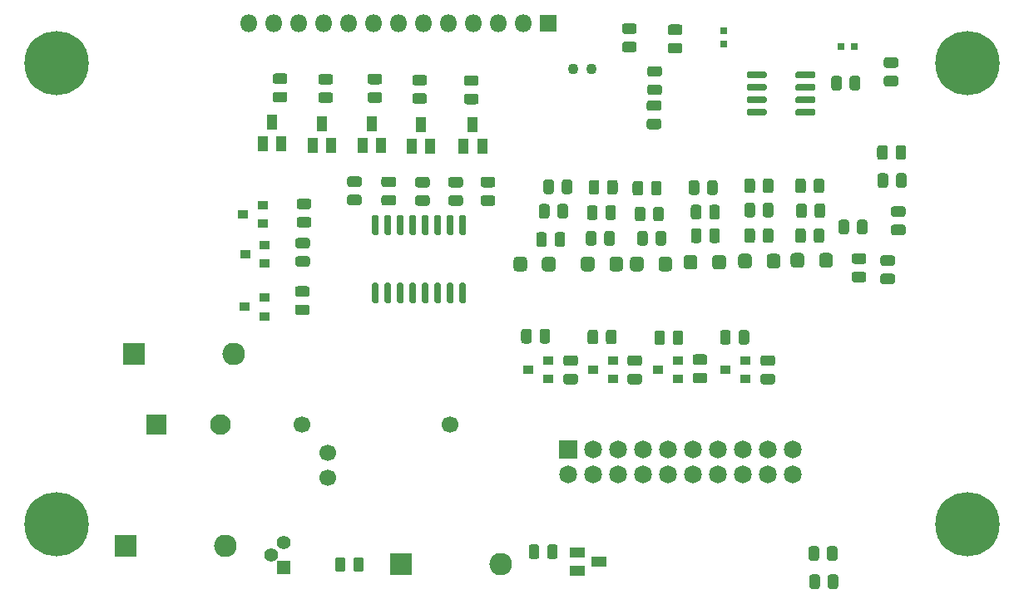
<source format=gbr>
G04 #@! TF.GenerationSoftware,KiCad,Pcbnew,(5.1.6-0-10_14)*
G04 #@! TF.CreationDate,2020-09-03T10:58:02-04:00*
G04 #@! TF.ProjectId,Pufferfish-Interface-2,50756666-6572-4666-9973-682d496e7465,rev?*
G04 #@! TF.SameCoordinates,Original*
G04 #@! TF.FileFunction,Soldermask,Top*
G04 #@! TF.FilePolarity,Negative*
%FSLAX46Y46*%
G04 Gerber Fmt 4.6, Leading zero omitted, Abs format (unit mm)*
G04 Created by KiCad (PCBNEW (5.1.6-0-10_14)) date 2020-09-03 10:58:02*
%MOMM*%
%LPD*%
G01*
G04 APERTURE LIST*
%ADD10C,6.553200*%
%ADD11O,1.800000X1.800000*%
%ADD12R,1.800000X1.800000*%
%ADD13O,2.300000X2.300000*%
%ADD14R,2.300000X2.300000*%
%ADD15R,2.100000X2.100000*%
%ADD16C,2.100000*%
%ADD17C,1.100000*%
%ADD18R,1.100000X1.500000*%
%ADD19R,1.400000X1.400000*%
%ADD20C,1.400000*%
%ADD21R,0.700000X0.800000*%
%ADD22R,0.800000X0.700000*%
%ADD23C,1.825000*%
%ADD24R,1.825000X1.825000*%
%ADD25R,1.500000X1.100000*%
%ADD26R,1.000000X0.900000*%
%ADD27C,1.700000*%
G04 APERTURE END LIST*
D10*
X76200000Y-49530000D03*
X76200000Y-2540000D03*
X-16510000Y-49530000D03*
X-16510000Y-2540000D03*
D11*
X3020000Y1500000D03*
X5560000Y1500000D03*
X8100000Y1500000D03*
X10640000Y1500000D03*
X13180000Y1500000D03*
X15720000Y1500000D03*
X18260000Y1500000D03*
X20800000Y1500000D03*
X23340000Y1500000D03*
X25880000Y1500000D03*
X28420000Y1500000D03*
X30960000Y1500000D03*
D12*
X33500000Y1500000D03*
D13*
X645380Y-51745980D03*
D14*
X-9514620Y-51745980D03*
G36*
G01*
X39750000Y-23400000D02*
X39750000Y-22600000D01*
G75*
G02*
X40100000Y-22250000I350000J0D01*
G01*
X40800000Y-22250000D01*
G75*
G02*
X41150000Y-22600000I0J-350000D01*
G01*
X41150000Y-23400000D01*
G75*
G02*
X40800000Y-23750000I-350000J0D01*
G01*
X40100000Y-23750000D01*
G75*
G02*
X39750000Y-23400000I0J350000D01*
G01*
G37*
G36*
G01*
X36850000Y-23400000D02*
X36850000Y-22600000D01*
G75*
G02*
X37200000Y-22250000I350000J0D01*
G01*
X37900000Y-22250000D01*
G75*
G02*
X38250000Y-22600000I0J-350000D01*
G01*
X38250000Y-23400000D01*
G75*
G02*
X37900000Y-23750000I-350000J0D01*
G01*
X37200000Y-23750000D01*
G75*
G02*
X36850000Y-23400000I0J350000D01*
G01*
G37*
G36*
G01*
X37355000Y-20871250D02*
X37355000Y-19908750D01*
G75*
G02*
X37623750Y-19640000I268750J0D01*
G01*
X38161250Y-19640000D01*
G75*
G02*
X38430000Y-19908750I0J-268750D01*
G01*
X38430000Y-20871250D01*
G75*
G02*
X38161250Y-21140000I-268750J0D01*
G01*
X37623750Y-21140000D01*
G75*
G02*
X37355000Y-20871250I0J268750D01*
G01*
G37*
G36*
G01*
X39230000Y-20871250D02*
X39230000Y-19908750D01*
G75*
G02*
X39498750Y-19640000I268750J0D01*
G01*
X40036250Y-19640000D01*
G75*
G02*
X40305000Y-19908750I0J-268750D01*
G01*
X40305000Y-20871250D01*
G75*
G02*
X40036250Y-21140000I-268750J0D01*
G01*
X39498750Y-21140000D01*
G75*
G02*
X39230000Y-20871250I0J268750D01*
G01*
G37*
G36*
G01*
X40425000Y-17278750D02*
X40425000Y-18241250D01*
G75*
G02*
X40156250Y-18510000I-268750J0D01*
G01*
X39618750Y-18510000D01*
G75*
G02*
X39350000Y-18241250I0J268750D01*
G01*
X39350000Y-17278750D01*
G75*
G02*
X39618750Y-17010000I268750J0D01*
G01*
X40156250Y-17010000D01*
G75*
G02*
X40425000Y-17278750I0J-268750D01*
G01*
G37*
G36*
G01*
X38550000Y-17278750D02*
X38550000Y-18241250D01*
G75*
G02*
X38281250Y-18510000I-268750J0D01*
G01*
X37743750Y-18510000D01*
G75*
G02*
X37475000Y-18241250I0J268750D01*
G01*
X37475000Y-17278750D01*
G75*
G02*
X37743750Y-17010000I268750J0D01*
G01*
X38281250Y-17010000D01*
G75*
G02*
X38550000Y-17278750I0J-268750D01*
G01*
G37*
G36*
G01*
X37653700Y-15665370D02*
X37653700Y-14702870D01*
G75*
G02*
X37922450Y-14434120I268750J0D01*
G01*
X38459950Y-14434120D01*
G75*
G02*
X38728700Y-14702870I0J-268750D01*
G01*
X38728700Y-15665370D01*
G75*
G02*
X38459950Y-15934120I-268750J0D01*
G01*
X37922450Y-15934120D01*
G75*
G02*
X37653700Y-15665370I0J268750D01*
G01*
G37*
G36*
G01*
X39528700Y-15665370D02*
X39528700Y-14702870D01*
G75*
G02*
X39797450Y-14434120I268750J0D01*
G01*
X40334950Y-14434120D01*
G75*
G02*
X40603700Y-14702870I0J-268750D01*
G01*
X40603700Y-15665370D01*
G75*
G02*
X40334950Y-15934120I-268750J0D01*
G01*
X39797450Y-15934120D01*
G75*
G02*
X39528700Y-15665370I0J268750D01*
G01*
G37*
G36*
G01*
X16110960Y-20071780D02*
X15760960Y-20071780D01*
G75*
G02*
X15585960Y-19896780I0J175000D01*
G01*
X15585960Y-18171780D01*
G75*
G02*
X15760960Y-17996780I175000J0D01*
G01*
X16110960Y-17996780D01*
G75*
G02*
X16285960Y-18171780I0J-175000D01*
G01*
X16285960Y-19896780D01*
G75*
G02*
X16110960Y-20071780I-175000J0D01*
G01*
G37*
G36*
G01*
X17380960Y-20071780D02*
X17030960Y-20071780D01*
G75*
G02*
X16855960Y-19896780I0J175000D01*
G01*
X16855960Y-18171780D01*
G75*
G02*
X17030960Y-17996780I175000J0D01*
G01*
X17380960Y-17996780D01*
G75*
G02*
X17555960Y-18171780I0J-175000D01*
G01*
X17555960Y-19896780D01*
G75*
G02*
X17380960Y-20071780I-175000J0D01*
G01*
G37*
G36*
G01*
X18650960Y-20071780D02*
X18300960Y-20071780D01*
G75*
G02*
X18125960Y-19896780I0J175000D01*
G01*
X18125960Y-18171780D01*
G75*
G02*
X18300960Y-17996780I175000J0D01*
G01*
X18650960Y-17996780D01*
G75*
G02*
X18825960Y-18171780I0J-175000D01*
G01*
X18825960Y-19896780D01*
G75*
G02*
X18650960Y-20071780I-175000J0D01*
G01*
G37*
G36*
G01*
X19920960Y-20071780D02*
X19570960Y-20071780D01*
G75*
G02*
X19395960Y-19896780I0J175000D01*
G01*
X19395960Y-18171780D01*
G75*
G02*
X19570960Y-17996780I175000J0D01*
G01*
X19920960Y-17996780D01*
G75*
G02*
X20095960Y-18171780I0J-175000D01*
G01*
X20095960Y-19896780D01*
G75*
G02*
X19920960Y-20071780I-175000J0D01*
G01*
G37*
G36*
G01*
X21190960Y-20071780D02*
X20840960Y-20071780D01*
G75*
G02*
X20665960Y-19896780I0J175000D01*
G01*
X20665960Y-18171780D01*
G75*
G02*
X20840960Y-17996780I175000J0D01*
G01*
X21190960Y-17996780D01*
G75*
G02*
X21365960Y-18171780I0J-175000D01*
G01*
X21365960Y-19896780D01*
G75*
G02*
X21190960Y-20071780I-175000J0D01*
G01*
G37*
G36*
G01*
X22460960Y-20071780D02*
X22110960Y-20071780D01*
G75*
G02*
X21935960Y-19896780I0J175000D01*
G01*
X21935960Y-18171780D01*
G75*
G02*
X22110960Y-17996780I175000J0D01*
G01*
X22460960Y-17996780D01*
G75*
G02*
X22635960Y-18171780I0J-175000D01*
G01*
X22635960Y-19896780D01*
G75*
G02*
X22460960Y-20071780I-175000J0D01*
G01*
G37*
G36*
G01*
X23730960Y-20071780D02*
X23380960Y-20071780D01*
G75*
G02*
X23205960Y-19896780I0J175000D01*
G01*
X23205960Y-18171780D01*
G75*
G02*
X23380960Y-17996780I175000J0D01*
G01*
X23730960Y-17996780D01*
G75*
G02*
X23905960Y-18171780I0J-175000D01*
G01*
X23905960Y-19896780D01*
G75*
G02*
X23730960Y-20071780I-175000J0D01*
G01*
G37*
G36*
G01*
X25000960Y-20071780D02*
X24650960Y-20071780D01*
G75*
G02*
X24475960Y-19896780I0J175000D01*
G01*
X24475960Y-18171780D01*
G75*
G02*
X24650960Y-17996780I175000J0D01*
G01*
X25000960Y-17996780D01*
G75*
G02*
X25175960Y-18171780I0J-175000D01*
G01*
X25175960Y-19896780D01*
G75*
G02*
X25000960Y-20071780I-175000J0D01*
G01*
G37*
G36*
G01*
X25000960Y-26996780D02*
X24650960Y-26996780D01*
G75*
G02*
X24475960Y-26821780I0J175000D01*
G01*
X24475960Y-25096780D01*
G75*
G02*
X24650960Y-24921780I175000J0D01*
G01*
X25000960Y-24921780D01*
G75*
G02*
X25175960Y-25096780I0J-175000D01*
G01*
X25175960Y-26821780D01*
G75*
G02*
X25000960Y-26996780I-175000J0D01*
G01*
G37*
G36*
G01*
X23730960Y-26996780D02*
X23380960Y-26996780D01*
G75*
G02*
X23205960Y-26821780I0J175000D01*
G01*
X23205960Y-25096780D01*
G75*
G02*
X23380960Y-24921780I175000J0D01*
G01*
X23730960Y-24921780D01*
G75*
G02*
X23905960Y-25096780I0J-175000D01*
G01*
X23905960Y-26821780D01*
G75*
G02*
X23730960Y-26996780I-175000J0D01*
G01*
G37*
G36*
G01*
X22460960Y-26996780D02*
X22110960Y-26996780D01*
G75*
G02*
X21935960Y-26821780I0J175000D01*
G01*
X21935960Y-25096780D01*
G75*
G02*
X22110960Y-24921780I175000J0D01*
G01*
X22460960Y-24921780D01*
G75*
G02*
X22635960Y-25096780I0J-175000D01*
G01*
X22635960Y-26821780D01*
G75*
G02*
X22460960Y-26996780I-175000J0D01*
G01*
G37*
G36*
G01*
X21190960Y-26996780D02*
X20840960Y-26996780D01*
G75*
G02*
X20665960Y-26821780I0J175000D01*
G01*
X20665960Y-25096780D01*
G75*
G02*
X20840960Y-24921780I175000J0D01*
G01*
X21190960Y-24921780D01*
G75*
G02*
X21365960Y-25096780I0J-175000D01*
G01*
X21365960Y-26821780D01*
G75*
G02*
X21190960Y-26996780I-175000J0D01*
G01*
G37*
G36*
G01*
X19920960Y-26996780D02*
X19570960Y-26996780D01*
G75*
G02*
X19395960Y-26821780I0J175000D01*
G01*
X19395960Y-25096780D01*
G75*
G02*
X19570960Y-24921780I175000J0D01*
G01*
X19920960Y-24921780D01*
G75*
G02*
X20095960Y-25096780I0J-175000D01*
G01*
X20095960Y-26821780D01*
G75*
G02*
X19920960Y-26996780I-175000J0D01*
G01*
G37*
G36*
G01*
X18650960Y-26996780D02*
X18300960Y-26996780D01*
G75*
G02*
X18125960Y-26821780I0J175000D01*
G01*
X18125960Y-25096780D01*
G75*
G02*
X18300960Y-24921780I175000J0D01*
G01*
X18650960Y-24921780D01*
G75*
G02*
X18825960Y-25096780I0J-175000D01*
G01*
X18825960Y-26821780D01*
G75*
G02*
X18650960Y-26996780I-175000J0D01*
G01*
G37*
G36*
G01*
X17380960Y-26996780D02*
X17030960Y-26996780D01*
G75*
G02*
X16855960Y-26821780I0J175000D01*
G01*
X16855960Y-25096780D01*
G75*
G02*
X17030960Y-24921780I175000J0D01*
G01*
X17380960Y-24921780D01*
G75*
G02*
X17555960Y-25096780I0J-175000D01*
G01*
X17555960Y-26821780D01*
G75*
G02*
X17380960Y-26996780I-175000J0D01*
G01*
G37*
G36*
G01*
X16110960Y-26996780D02*
X15760960Y-26996780D01*
G75*
G02*
X15585960Y-26821780I0J175000D01*
G01*
X15585960Y-25096780D01*
G75*
G02*
X15760960Y-24921780I175000J0D01*
G01*
X16110960Y-24921780D01*
G75*
G02*
X16285960Y-25096780I0J-175000D01*
G01*
X16285960Y-26821780D01*
G75*
G02*
X16110960Y-26996780I-175000J0D01*
G01*
G37*
G36*
G01*
X33660000Y-17148750D02*
X33660000Y-18111250D01*
G75*
G02*
X33391250Y-18380000I-268750J0D01*
G01*
X32853750Y-18380000D01*
G75*
G02*
X32585000Y-18111250I0J268750D01*
G01*
X32585000Y-17148750D01*
G75*
G02*
X32853750Y-16880000I268750J0D01*
G01*
X33391250Y-16880000D01*
G75*
G02*
X33660000Y-17148750I0J-268750D01*
G01*
G37*
G36*
G01*
X35535000Y-17148750D02*
X35535000Y-18111250D01*
G75*
G02*
X35266250Y-18380000I-268750J0D01*
G01*
X34728750Y-18380000D01*
G75*
G02*
X34460000Y-18111250I0J268750D01*
G01*
X34460000Y-17148750D01*
G75*
G02*
X34728750Y-16880000I268750J0D01*
G01*
X35266250Y-16880000D01*
G75*
G02*
X35535000Y-17148750I0J-268750D01*
G01*
G37*
G36*
G01*
X34907500Y-15621250D02*
X34907500Y-14658750D01*
G75*
G02*
X35176250Y-14390000I268750J0D01*
G01*
X35713750Y-14390000D01*
G75*
G02*
X35982500Y-14658750I0J-268750D01*
G01*
X35982500Y-15621250D01*
G75*
G02*
X35713750Y-15890000I-268750J0D01*
G01*
X35176250Y-15890000D01*
G75*
G02*
X34907500Y-15621250I0J268750D01*
G01*
G37*
G36*
G01*
X33032500Y-15621250D02*
X33032500Y-14658750D01*
G75*
G02*
X33301250Y-14390000I268750J0D01*
G01*
X33838750Y-14390000D01*
G75*
G02*
X34107500Y-14658750I0J-268750D01*
G01*
X34107500Y-15621250D01*
G75*
G02*
X33838750Y-15890000I-268750J0D01*
G01*
X33301250Y-15890000D01*
G75*
G02*
X33032500Y-15621250I0J268750D01*
G01*
G37*
G36*
G01*
X67598750Y-23990000D02*
X68561250Y-23990000D01*
G75*
G02*
X68830000Y-24258750I0J-268750D01*
G01*
X68830000Y-24796250D01*
G75*
G02*
X68561250Y-25065000I-268750J0D01*
G01*
X67598750Y-25065000D01*
G75*
G02*
X67330000Y-24796250I0J268750D01*
G01*
X67330000Y-24258750D01*
G75*
G02*
X67598750Y-23990000I268750J0D01*
G01*
G37*
G36*
G01*
X67598750Y-22115000D02*
X68561250Y-22115000D01*
G75*
G02*
X68830000Y-22383750I0J-268750D01*
G01*
X68830000Y-22921250D01*
G75*
G02*
X68561250Y-23190000I-268750J0D01*
G01*
X67598750Y-23190000D01*
G75*
G02*
X67330000Y-22921250I0J268750D01*
G01*
X67330000Y-22383750D01*
G75*
G02*
X67598750Y-22115000I268750J0D01*
G01*
G37*
G36*
G01*
X5749370Y-5454360D02*
X6711870Y-5454360D01*
G75*
G02*
X6980620Y-5723110I0J-268750D01*
G01*
X6980620Y-6260610D01*
G75*
G02*
X6711870Y-6529360I-268750J0D01*
G01*
X5749370Y-6529360D01*
G75*
G02*
X5480620Y-6260610I0J268750D01*
G01*
X5480620Y-5723110D01*
G75*
G02*
X5749370Y-5454360I268750J0D01*
G01*
G37*
G36*
G01*
X5749370Y-3579360D02*
X6711870Y-3579360D01*
G75*
G02*
X6980620Y-3848110I0J-268750D01*
G01*
X6980620Y-4385610D01*
G75*
G02*
X6711870Y-4654360I-268750J0D01*
G01*
X5749370Y-4654360D01*
G75*
G02*
X5480620Y-4385610I0J268750D01*
G01*
X5480620Y-3848110D01*
G75*
G02*
X5749370Y-3579360I268750J0D01*
G01*
G37*
G36*
G01*
X29990000Y-23420000D02*
X29990000Y-22620000D01*
G75*
G02*
X30340000Y-22270000I350000J0D01*
G01*
X31040000Y-22270000D01*
G75*
G02*
X31390000Y-22620000I0J-350000D01*
G01*
X31390000Y-23420000D01*
G75*
G02*
X31040000Y-23770000I-350000J0D01*
G01*
X30340000Y-23770000D01*
G75*
G02*
X29990000Y-23420000I0J350000D01*
G01*
G37*
G36*
G01*
X32890000Y-23420000D02*
X32890000Y-22620000D01*
G75*
G02*
X33240000Y-22270000I350000J0D01*
G01*
X33940000Y-22270000D01*
G75*
G02*
X34290000Y-22620000I0J-350000D01*
G01*
X34290000Y-23420000D01*
G75*
G02*
X33940000Y-23770000I-350000J0D01*
G01*
X33240000Y-23770000D01*
G75*
G02*
X32890000Y-23420000I0J350000D01*
G01*
G37*
G36*
G01*
X34185480Y-20982750D02*
X34185480Y-20020250D01*
G75*
G02*
X34454230Y-19751500I268750J0D01*
G01*
X34991730Y-19751500D01*
G75*
G02*
X35260480Y-20020250I0J-268750D01*
G01*
X35260480Y-20982750D01*
G75*
G02*
X34991730Y-21251500I-268750J0D01*
G01*
X34454230Y-21251500D01*
G75*
G02*
X34185480Y-20982750I0J268750D01*
G01*
G37*
G36*
G01*
X32310480Y-20982750D02*
X32310480Y-20020250D01*
G75*
G02*
X32579230Y-19751500I268750J0D01*
G01*
X33116730Y-19751500D01*
G75*
G02*
X33385480Y-20020250I0J-268750D01*
G01*
X33385480Y-20982750D01*
G75*
G02*
X33116730Y-21251500I-268750J0D01*
G01*
X32579230Y-21251500D01*
G75*
G02*
X32310480Y-20982750I0J268750D01*
G01*
G37*
D15*
X-6370000Y-39370000D03*
D16*
X130000Y-39370000D03*
D17*
X36050000Y-3100000D03*
X37950000Y-3100000D03*
G36*
G01*
X58670000Y-3910000D02*
X58670000Y-3560000D01*
G75*
G02*
X58845000Y-3385000I175000J0D01*
G01*
X60545000Y-3385000D01*
G75*
G02*
X60720000Y-3560000I0J-175000D01*
G01*
X60720000Y-3910000D01*
G75*
G02*
X60545000Y-4085000I-175000J0D01*
G01*
X58845000Y-4085000D01*
G75*
G02*
X58670000Y-3910000I0J175000D01*
G01*
G37*
G36*
G01*
X58670000Y-5180000D02*
X58670000Y-4830000D01*
G75*
G02*
X58845000Y-4655000I175000J0D01*
G01*
X60545000Y-4655000D01*
G75*
G02*
X60720000Y-4830000I0J-175000D01*
G01*
X60720000Y-5180000D01*
G75*
G02*
X60545000Y-5355000I-175000J0D01*
G01*
X58845000Y-5355000D01*
G75*
G02*
X58670000Y-5180000I0J175000D01*
G01*
G37*
G36*
G01*
X58670000Y-6450000D02*
X58670000Y-6100000D01*
G75*
G02*
X58845000Y-5925000I175000J0D01*
G01*
X60545000Y-5925000D01*
G75*
G02*
X60720000Y-6100000I0J-175000D01*
G01*
X60720000Y-6450000D01*
G75*
G02*
X60545000Y-6625000I-175000J0D01*
G01*
X58845000Y-6625000D01*
G75*
G02*
X58670000Y-6450000I0J175000D01*
G01*
G37*
G36*
G01*
X58670000Y-7720000D02*
X58670000Y-7370000D01*
G75*
G02*
X58845000Y-7195000I175000J0D01*
G01*
X60545000Y-7195000D01*
G75*
G02*
X60720000Y-7370000I0J-175000D01*
G01*
X60720000Y-7720000D01*
G75*
G02*
X60545000Y-7895000I-175000J0D01*
G01*
X58845000Y-7895000D01*
G75*
G02*
X58670000Y-7720000I0J175000D01*
G01*
G37*
G36*
G01*
X53720000Y-7720000D02*
X53720000Y-7370000D01*
G75*
G02*
X53895000Y-7195000I175000J0D01*
G01*
X55595000Y-7195000D01*
G75*
G02*
X55770000Y-7370000I0J-175000D01*
G01*
X55770000Y-7720000D01*
G75*
G02*
X55595000Y-7895000I-175000J0D01*
G01*
X53895000Y-7895000D01*
G75*
G02*
X53720000Y-7720000I0J175000D01*
G01*
G37*
G36*
G01*
X53720000Y-6450000D02*
X53720000Y-6100000D01*
G75*
G02*
X53895000Y-5925000I175000J0D01*
G01*
X55595000Y-5925000D01*
G75*
G02*
X55770000Y-6100000I0J-175000D01*
G01*
X55770000Y-6450000D01*
G75*
G02*
X55595000Y-6625000I-175000J0D01*
G01*
X53895000Y-6625000D01*
G75*
G02*
X53720000Y-6450000I0J175000D01*
G01*
G37*
G36*
G01*
X53720000Y-5180000D02*
X53720000Y-4830000D01*
G75*
G02*
X53895000Y-4655000I175000J0D01*
G01*
X55595000Y-4655000D01*
G75*
G02*
X55770000Y-4830000I0J-175000D01*
G01*
X55770000Y-5180000D01*
G75*
G02*
X55595000Y-5355000I-175000J0D01*
G01*
X53895000Y-5355000D01*
G75*
G02*
X53720000Y-5180000I0J175000D01*
G01*
G37*
G36*
G01*
X53720000Y-3910000D02*
X53720000Y-3560000D01*
G75*
G02*
X53895000Y-3385000I175000J0D01*
G01*
X55595000Y-3385000D01*
G75*
G02*
X55770000Y-3560000I0J-175000D01*
G01*
X55770000Y-3910000D01*
G75*
G02*
X55595000Y-4085000I-175000J0D01*
G01*
X53895000Y-4085000D01*
G75*
G02*
X53720000Y-3910000I0J175000D01*
G01*
G37*
G36*
G01*
X13692500Y-54111250D02*
X13692500Y-53148750D01*
G75*
G02*
X13961250Y-52880000I268750J0D01*
G01*
X14498750Y-52880000D01*
G75*
G02*
X14767500Y-53148750I0J-268750D01*
G01*
X14767500Y-54111250D01*
G75*
G02*
X14498750Y-54380000I-268750J0D01*
G01*
X13961250Y-54380000D01*
G75*
G02*
X13692500Y-54111250I0J268750D01*
G01*
G37*
G36*
G01*
X11817500Y-54111250D02*
X11817500Y-53148750D01*
G75*
G02*
X12086250Y-52880000I268750J0D01*
G01*
X12623750Y-52880000D01*
G75*
G02*
X12892500Y-53148750I0J-268750D01*
G01*
X12892500Y-54111250D01*
G75*
G02*
X12623750Y-54380000I-268750J0D01*
G01*
X12086250Y-54380000D01*
G75*
G02*
X11817500Y-54111250I0J268750D01*
G01*
G37*
G36*
G01*
X8190310Y-18210720D02*
X9152810Y-18210720D01*
G75*
G02*
X9421560Y-18479470I0J-268750D01*
G01*
X9421560Y-19016970D01*
G75*
G02*
X9152810Y-19285720I-268750J0D01*
G01*
X8190310Y-19285720D01*
G75*
G02*
X7921560Y-19016970I0J268750D01*
G01*
X7921560Y-18479470D01*
G75*
G02*
X8190310Y-18210720I268750J0D01*
G01*
G37*
G36*
G01*
X8190310Y-16335720D02*
X9152810Y-16335720D01*
G75*
G02*
X9421560Y-16604470I0J-268750D01*
G01*
X9421560Y-17141970D01*
G75*
G02*
X9152810Y-17410720I-268750J0D01*
G01*
X8190310Y-17410720D01*
G75*
G02*
X7921560Y-17141970I0J268750D01*
G01*
X7921560Y-16604470D01*
G75*
G02*
X8190310Y-16335720I268750J0D01*
G01*
G37*
G36*
G01*
X16813610Y-15970200D02*
X17776110Y-15970200D01*
G75*
G02*
X18044860Y-16238950I0J-268750D01*
G01*
X18044860Y-16776450D01*
G75*
G02*
X17776110Y-17045200I-268750J0D01*
G01*
X16813610Y-17045200D01*
G75*
G02*
X16544860Y-16776450I0J268750D01*
G01*
X16544860Y-16238950D01*
G75*
G02*
X16813610Y-15970200I268750J0D01*
G01*
G37*
G36*
G01*
X16813610Y-14095200D02*
X17776110Y-14095200D01*
G75*
G02*
X18044860Y-14363950I0J-268750D01*
G01*
X18044860Y-14901450D01*
G75*
G02*
X17776110Y-15170200I-268750J0D01*
G01*
X16813610Y-15170200D01*
G75*
G02*
X16544860Y-14901450I0J268750D01*
G01*
X16544860Y-14363950D01*
G75*
G02*
X16813610Y-14095200I268750J0D01*
G01*
G37*
G36*
G01*
X8058230Y-22208440D02*
X9020730Y-22208440D01*
G75*
G02*
X9289480Y-22477190I0J-268750D01*
G01*
X9289480Y-23014690D01*
G75*
G02*
X9020730Y-23283440I-268750J0D01*
G01*
X8058230Y-23283440D01*
G75*
G02*
X7789480Y-23014690I0J268750D01*
G01*
X7789480Y-22477190D01*
G75*
G02*
X8058230Y-22208440I268750J0D01*
G01*
G37*
G36*
G01*
X8058230Y-20333440D02*
X9020730Y-20333440D01*
G75*
G02*
X9289480Y-20602190I0J-268750D01*
G01*
X9289480Y-21139690D01*
G75*
G02*
X9020730Y-21408440I-268750J0D01*
G01*
X8058230Y-21408440D01*
G75*
G02*
X7789480Y-21139690I0J268750D01*
G01*
X7789480Y-20602190D01*
G75*
G02*
X8058230Y-20333440I268750J0D01*
G01*
G37*
G36*
G01*
X23623350Y-15995600D02*
X24585850Y-15995600D01*
G75*
G02*
X24854600Y-16264350I0J-268750D01*
G01*
X24854600Y-16801850D01*
G75*
G02*
X24585850Y-17070600I-268750J0D01*
G01*
X23623350Y-17070600D01*
G75*
G02*
X23354600Y-16801850I0J268750D01*
G01*
X23354600Y-16264350D01*
G75*
G02*
X23623350Y-15995600I268750J0D01*
G01*
G37*
G36*
G01*
X23623350Y-14120600D02*
X24585850Y-14120600D01*
G75*
G02*
X24854600Y-14389350I0J-268750D01*
G01*
X24854600Y-14926850D01*
G75*
G02*
X24585850Y-15195600I-268750J0D01*
G01*
X23623350Y-15195600D01*
G75*
G02*
X23354600Y-14926850I0J268750D01*
G01*
X23354600Y-14389350D01*
G75*
G02*
X23623350Y-14120600I268750J0D01*
G01*
G37*
G36*
G01*
X61977500Y-55861250D02*
X61977500Y-54898750D01*
G75*
G02*
X62246250Y-54630000I268750J0D01*
G01*
X62783750Y-54630000D01*
G75*
G02*
X63052500Y-54898750I0J-268750D01*
G01*
X63052500Y-55861250D01*
G75*
G02*
X62783750Y-56130000I-268750J0D01*
G01*
X62246250Y-56130000D01*
G75*
G02*
X61977500Y-55861250I0J268750D01*
G01*
G37*
G36*
G01*
X60102500Y-55861250D02*
X60102500Y-54898750D01*
G75*
G02*
X60371250Y-54630000I268750J0D01*
G01*
X60908750Y-54630000D01*
G75*
G02*
X61177500Y-54898750I0J-268750D01*
G01*
X61177500Y-55861250D01*
G75*
G02*
X60908750Y-56130000I-268750J0D01*
G01*
X60371250Y-56130000D01*
G75*
G02*
X60102500Y-55861250I0J268750D01*
G01*
G37*
G36*
G01*
X61097500Y-52018750D02*
X61097500Y-52981250D01*
G75*
G02*
X60828750Y-53250000I-268750J0D01*
G01*
X60291250Y-53250000D01*
G75*
G02*
X60022500Y-52981250I0J268750D01*
G01*
X60022500Y-52018750D01*
G75*
G02*
X60291250Y-51750000I268750J0D01*
G01*
X60828750Y-51750000D01*
G75*
G02*
X61097500Y-52018750I0J-268750D01*
G01*
G37*
G36*
G01*
X62972500Y-52018750D02*
X62972500Y-52981250D01*
G75*
G02*
X62703750Y-53250000I-268750J0D01*
G01*
X62166250Y-53250000D01*
G75*
G02*
X61897500Y-52981250I0J268750D01*
G01*
X61897500Y-52018750D01*
G75*
G02*
X62166250Y-51750000I268750J0D01*
G01*
X62703750Y-51750000D01*
G75*
G02*
X62972500Y-52018750I0J-268750D01*
G01*
G37*
G36*
G01*
X68678750Y-19000000D02*
X69641250Y-19000000D01*
G75*
G02*
X69910000Y-19268750I0J-268750D01*
G01*
X69910000Y-19806250D01*
G75*
G02*
X69641250Y-20075000I-268750J0D01*
G01*
X68678750Y-20075000D01*
G75*
G02*
X68410000Y-19806250I0J268750D01*
G01*
X68410000Y-19268750D01*
G75*
G02*
X68678750Y-19000000I268750J0D01*
G01*
G37*
G36*
G01*
X68678750Y-17125000D02*
X69641250Y-17125000D01*
G75*
G02*
X69910000Y-17393750I0J-268750D01*
G01*
X69910000Y-17931250D01*
G75*
G02*
X69641250Y-18200000I-268750J0D01*
G01*
X68678750Y-18200000D01*
G75*
G02*
X68410000Y-17931250I0J268750D01*
G01*
X68410000Y-17393750D01*
G75*
G02*
X68678750Y-17125000I268750J0D01*
G01*
G37*
G36*
G01*
X68882500Y-12121250D02*
X68882500Y-11158750D01*
G75*
G02*
X69151250Y-10890000I268750J0D01*
G01*
X69688750Y-10890000D01*
G75*
G02*
X69957500Y-11158750I0J-268750D01*
G01*
X69957500Y-12121250D01*
G75*
G02*
X69688750Y-12390000I-268750J0D01*
G01*
X69151250Y-12390000D01*
G75*
G02*
X68882500Y-12121250I0J268750D01*
G01*
G37*
G36*
G01*
X67007500Y-12121250D02*
X67007500Y-11158750D01*
G75*
G02*
X67276250Y-10890000I268750J0D01*
G01*
X67813750Y-10890000D01*
G75*
G02*
X68082500Y-11158750I0J-268750D01*
G01*
X68082500Y-12121250D01*
G75*
G02*
X67813750Y-12390000I-268750J0D01*
G01*
X67276250Y-12390000D01*
G75*
G02*
X67007500Y-12121250I0J268750D01*
G01*
G37*
G36*
G01*
X64150000Y-18738750D02*
X64150000Y-19701250D01*
G75*
G02*
X63881250Y-19970000I-268750J0D01*
G01*
X63343750Y-19970000D01*
G75*
G02*
X63075000Y-19701250I0J268750D01*
G01*
X63075000Y-18738750D01*
G75*
G02*
X63343750Y-18470000I268750J0D01*
G01*
X63881250Y-18470000D01*
G75*
G02*
X64150000Y-18738750I0J-268750D01*
G01*
G37*
G36*
G01*
X66025000Y-18738750D02*
X66025000Y-19701250D01*
G75*
G02*
X65756250Y-19970000I-268750J0D01*
G01*
X65218750Y-19970000D01*
G75*
G02*
X64950000Y-19701250I0J268750D01*
G01*
X64950000Y-18738750D01*
G75*
G02*
X65218750Y-18470000I268750J0D01*
G01*
X65756250Y-18470000D01*
G75*
G02*
X66025000Y-18738750I0J-268750D01*
G01*
G37*
G36*
G01*
X65641250Y-22990000D02*
X64678750Y-22990000D01*
G75*
G02*
X64410000Y-22721250I0J268750D01*
G01*
X64410000Y-22183750D01*
G75*
G02*
X64678750Y-21915000I268750J0D01*
G01*
X65641250Y-21915000D01*
G75*
G02*
X65910000Y-22183750I0J-268750D01*
G01*
X65910000Y-22721250D01*
G75*
G02*
X65641250Y-22990000I-268750J0D01*
G01*
G37*
G36*
G01*
X65641250Y-24865000D02*
X64678750Y-24865000D01*
G75*
G02*
X64410000Y-24596250I0J268750D01*
G01*
X64410000Y-24058750D01*
G75*
G02*
X64678750Y-23790000I268750J0D01*
G01*
X65641250Y-23790000D01*
G75*
G02*
X65910000Y-24058750I0J-268750D01*
G01*
X65910000Y-24596250D01*
G75*
G02*
X65641250Y-24865000I-268750J0D01*
G01*
G37*
G36*
G01*
X46921250Y340000D02*
X45958750Y340000D01*
G75*
G02*
X45690000Y608750I0J268750D01*
G01*
X45690000Y1146250D01*
G75*
G02*
X45958750Y1415000I268750J0D01*
G01*
X46921250Y1415000D01*
G75*
G02*
X47190000Y1146250I0J-268750D01*
G01*
X47190000Y608750D01*
G75*
G02*
X46921250Y340000I-268750J0D01*
G01*
G37*
G36*
G01*
X46921250Y-1535000D02*
X45958750Y-1535000D01*
G75*
G02*
X45690000Y-1266250I0J268750D01*
G01*
X45690000Y-728750D01*
G75*
G02*
X45958750Y-460000I268750J0D01*
G01*
X46921250Y-460000D01*
G75*
G02*
X47190000Y-728750I0J-268750D01*
G01*
X47190000Y-1266250D01*
G75*
G02*
X46921250Y-1535000I-268750J0D01*
G01*
G37*
G36*
G01*
X44832430Y-3910000D02*
X43869930Y-3910000D01*
G75*
G02*
X43601180Y-3641250I0J268750D01*
G01*
X43601180Y-3103750D01*
G75*
G02*
X43869930Y-2835000I268750J0D01*
G01*
X44832430Y-2835000D01*
G75*
G02*
X45101180Y-3103750I0J-268750D01*
G01*
X45101180Y-3641250D01*
G75*
G02*
X44832430Y-3910000I-268750J0D01*
G01*
G37*
G36*
G01*
X44832430Y-5785000D02*
X43869930Y-5785000D01*
G75*
G02*
X43601180Y-5516250I0J268750D01*
G01*
X43601180Y-4978750D01*
G75*
G02*
X43869930Y-4710000I268750J0D01*
G01*
X44832430Y-4710000D01*
G75*
G02*
X45101180Y-4978750I0J-268750D01*
G01*
X45101180Y-5516250D01*
G75*
G02*
X44832430Y-5785000I-268750J0D01*
G01*
G37*
G36*
G01*
X64210000Y-5051250D02*
X64210000Y-4088750D01*
G75*
G02*
X64478750Y-3820000I268750J0D01*
G01*
X65016250Y-3820000D01*
G75*
G02*
X65285000Y-4088750I0J-268750D01*
G01*
X65285000Y-5051250D01*
G75*
G02*
X65016250Y-5320000I-268750J0D01*
G01*
X64478750Y-5320000D01*
G75*
G02*
X64210000Y-5051250I0J268750D01*
G01*
G37*
G36*
G01*
X62335000Y-5051250D02*
X62335000Y-4088750D01*
G75*
G02*
X62603750Y-3820000I268750J0D01*
G01*
X63141250Y-3820000D01*
G75*
G02*
X63410000Y-4088750I0J-268750D01*
G01*
X63410000Y-5051250D01*
G75*
G02*
X63141250Y-5320000I-268750J0D01*
G01*
X62603750Y-5320000D01*
G75*
G02*
X62335000Y-5051250I0J268750D01*
G01*
G37*
G36*
G01*
X13323650Y-15942260D02*
X14286150Y-15942260D01*
G75*
G02*
X14554900Y-16211010I0J-268750D01*
G01*
X14554900Y-16748510D01*
G75*
G02*
X14286150Y-17017260I-268750J0D01*
G01*
X13323650Y-17017260D01*
G75*
G02*
X13054900Y-16748510I0J268750D01*
G01*
X13054900Y-16211010D01*
G75*
G02*
X13323650Y-15942260I268750J0D01*
G01*
G37*
G36*
G01*
X13323650Y-14067260D02*
X14286150Y-14067260D01*
G75*
G02*
X14554900Y-14336010I0J-268750D01*
G01*
X14554900Y-14873510D01*
G75*
G02*
X14286150Y-15142260I-268750J0D01*
G01*
X13323650Y-15142260D01*
G75*
G02*
X13054900Y-14873510I0J268750D01*
G01*
X13054900Y-14336010D01*
G75*
G02*
X13323650Y-14067260I268750J0D01*
G01*
G37*
G36*
G01*
X8020130Y-27133260D02*
X8982630Y-27133260D01*
G75*
G02*
X9251380Y-27402010I0J-268750D01*
G01*
X9251380Y-27939510D01*
G75*
G02*
X8982630Y-28208260I-268750J0D01*
G01*
X8020130Y-28208260D01*
G75*
G02*
X7751380Y-27939510I0J268750D01*
G01*
X7751380Y-27402010D01*
G75*
G02*
X8020130Y-27133260I268750J0D01*
G01*
G37*
G36*
G01*
X8020130Y-25258260D02*
X8982630Y-25258260D01*
G75*
G02*
X9251380Y-25527010I0J-268750D01*
G01*
X9251380Y-26064510D01*
G75*
G02*
X8982630Y-26333260I-268750J0D01*
G01*
X8020130Y-26333260D01*
G75*
G02*
X7751380Y-26064510I0J268750D01*
G01*
X7751380Y-25527010D01*
G75*
G02*
X8020130Y-25258260I268750J0D01*
G01*
G37*
G36*
G01*
X20245150Y-15995600D02*
X21207650Y-15995600D01*
G75*
G02*
X21476400Y-16264350I0J-268750D01*
G01*
X21476400Y-16801850D01*
G75*
G02*
X21207650Y-17070600I-268750J0D01*
G01*
X20245150Y-17070600D01*
G75*
G02*
X19976400Y-16801850I0J268750D01*
G01*
X19976400Y-16264350D01*
G75*
G02*
X20245150Y-15995600I268750J0D01*
G01*
G37*
G36*
G01*
X20245150Y-14120600D02*
X21207650Y-14120600D01*
G75*
G02*
X21476400Y-14389350I0J-268750D01*
G01*
X21476400Y-14926850D01*
G75*
G02*
X21207650Y-15195600I-268750J0D01*
G01*
X20245150Y-15195600D01*
G75*
G02*
X19976400Y-14926850I0J268750D01*
G01*
X19976400Y-14389350D01*
G75*
G02*
X20245150Y-14120600I268750J0D01*
G01*
G37*
G36*
G01*
X26917730Y-14120600D02*
X27880230Y-14120600D01*
G75*
G02*
X28148980Y-14389350I0J-268750D01*
G01*
X28148980Y-14926850D01*
G75*
G02*
X27880230Y-15195600I-268750J0D01*
G01*
X26917730Y-15195600D01*
G75*
G02*
X26648980Y-14926850I0J268750D01*
G01*
X26648980Y-14389350D01*
G75*
G02*
X26917730Y-14120600I268750J0D01*
G01*
G37*
G36*
G01*
X26917730Y-15995600D02*
X27880230Y-15995600D01*
G75*
G02*
X28148980Y-16264350I0J-268750D01*
G01*
X28148980Y-16801850D01*
G75*
G02*
X27880230Y-17070600I-268750J0D01*
G01*
X26917730Y-17070600D01*
G75*
G02*
X26648980Y-16801850I0J268750D01*
G01*
X26648980Y-16264350D01*
G75*
G02*
X26917730Y-15995600I268750J0D01*
G01*
G37*
D18*
X5420360Y-8524060D03*
X6370360Y-10724060D03*
X4470360Y-10724060D03*
X10492740Y-8694240D03*
X11442740Y-10894240D03*
X9542740Y-10894240D03*
X20594320Y-8808540D03*
X21544320Y-11008540D03*
X19644320Y-11008540D03*
X15562580Y-8734880D03*
X16512580Y-10934880D03*
X14612580Y-10934880D03*
X25859740Y-8831400D03*
X26809740Y-11031400D03*
X24909740Y-11031400D03*
D19*
X6630000Y-53920000D03*
D20*
X6630000Y-51380000D03*
X5360000Y-52650000D03*
D21*
X64720000Y-860000D03*
X63320000Y-860000D03*
D22*
X51350000Y810000D03*
X51350000Y-590000D03*
D23*
X58453500Y-44409840D03*
X58453500Y-41869840D03*
X55913500Y-44409840D03*
X55913500Y-41869840D03*
X48293500Y-41869840D03*
X48293500Y-44409840D03*
X50833500Y-41869840D03*
X50833500Y-44409840D03*
X53373500Y-41869840D03*
X53373500Y-44409840D03*
X40673500Y-41869840D03*
X35593500Y-44409840D03*
X38133500Y-41869840D03*
X40673500Y-44409840D03*
D24*
X35593500Y-41869840D03*
D23*
X43213500Y-41869840D03*
X43213500Y-44409840D03*
X45753500Y-41869840D03*
X45753500Y-44409840D03*
X38133500Y-44409840D03*
G36*
G01*
X67938750Y-3820000D02*
X68901250Y-3820000D01*
G75*
G02*
X69170000Y-4088750I0J-268750D01*
G01*
X69170000Y-4626250D01*
G75*
G02*
X68901250Y-4895000I-268750J0D01*
G01*
X67938750Y-4895000D01*
G75*
G02*
X67670000Y-4626250I0J268750D01*
G01*
X67670000Y-4088750D01*
G75*
G02*
X67938750Y-3820000I268750J0D01*
G01*
G37*
G36*
G01*
X67938750Y-1945000D02*
X68901250Y-1945000D01*
G75*
G02*
X69170000Y-2213750I0J-268750D01*
G01*
X69170000Y-2751250D01*
G75*
G02*
X68901250Y-3020000I-268750J0D01*
G01*
X67938750Y-3020000D01*
G75*
G02*
X67670000Y-2751250I0J268750D01*
G01*
X67670000Y-2213750D01*
G75*
G02*
X67938750Y-1945000I268750J0D01*
G01*
G37*
G36*
G01*
X68122500Y-14018750D02*
X68122500Y-14981250D01*
G75*
G02*
X67853750Y-15250000I-268750J0D01*
G01*
X67316250Y-15250000D01*
G75*
G02*
X67047500Y-14981250I0J268750D01*
G01*
X67047500Y-14018750D01*
G75*
G02*
X67316250Y-13750000I268750J0D01*
G01*
X67853750Y-13750000D01*
G75*
G02*
X68122500Y-14018750I0J-268750D01*
G01*
G37*
G36*
G01*
X69997500Y-14018750D02*
X69997500Y-14981250D01*
G75*
G02*
X69728750Y-15250000I-268750J0D01*
G01*
X69191250Y-15250000D01*
G75*
G02*
X68922500Y-14981250I0J268750D01*
G01*
X68922500Y-14018750D01*
G75*
G02*
X69191250Y-13750000I268750J0D01*
G01*
X69728750Y-13750000D01*
G75*
G02*
X69997500Y-14018750I0J-268750D01*
G01*
G37*
G36*
G01*
X42271250Y450000D02*
X41308750Y450000D01*
G75*
G02*
X41040000Y718750I0J268750D01*
G01*
X41040000Y1256250D01*
G75*
G02*
X41308750Y1525000I268750J0D01*
G01*
X42271250Y1525000D01*
G75*
G02*
X42540000Y1256250I0J-268750D01*
G01*
X42540000Y718750D01*
G75*
G02*
X42271250Y450000I-268750J0D01*
G01*
G37*
G36*
G01*
X42271250Y-1425000D02*
X41308750Y-1425000D01*
G75*
G02*
X41040000Y-1156250I0J268750D01*
G01*
X41040000Y-618750D01*
G75*
G02*
X41308750Y-350000I268750J0D01*
G01*
X42271250Y-350000D01*
G75*
G02*
X42540000Y-618750I0J-268750D01*
G01*
X42540000Y-1156250D01*
G75*
G02*
X42271250Y-1425000I-268750J0D01*
G01*
G37*
G36*
G01*
X43816590Y-8189800D02*
X44779090Y-8189800D01*
G75*
G02*
X45047840Y-8458550I0J-268750D01*
G01*
X45047840Y-8996050D01*
G75*
G02*
X44779090Y-9264800I-268750J0D01*
G01*
X43816590Y-9264800D01*
G75*
G02*
X43547840Y-8996050I0J268750D01*
G01*
X43547840Y-8458550D01*
G75*
G02*
X43816590Y-8189800I268750J0D01*
G01*
G37*
G36*
G01*
X43816590Y-6314800D02*
X44779090Y-6314800D01*
G75*
G02*
X45047840Y-6583550I0J-268750D01*
G01*
X45047840Y-7121050D01*
G75*
G02*
X44779090Y-7389800I-268750J0D01*
G01*
X43816590Y-7389800D01*
G75*
G02*
X43547840Y-7121050I0J268750D01*
G01*
X43547840Y-6583550D01*
G75*
G02*
X43816590Y-6314800I268750J0D01*
G01*
G37*
D25*
X38692000Y-53340000D03*
X36492000Y-54290000D03*
X36492000Y-52390000D03*
G36*
G01*
X43410000Y-17428750D02*
X43410000Y-18391250D01*
G75*
G02*
X43141250Y-18660000I-268750J0D01*
G01*
X42603750Y-18660000D01*
G75*
G02*
X42335000Y-18391250I0J268750D01*
G01*
X42335000Y-17428750D01*
G75*
G02*
X42603750Y-17160000I268750J0D01*
G01*
X43141250Y-17160000D01*
G75*
G02*
X43410000Y-17428750I0J-268750D01*
G01*
G37*
G36*
G01*
X45285000Y-17428750D02*
X45285000Y-18391250D01*
G75*
G02*
X45016250Y-18660000I-268750J0D01*
G01*
X44478750Y-18660000D01*
G75*
G02*
X44210000Y-18391250I0J268750D01*
G01*
X44210000Y-17428750D01*
G75*
G02*
X44478750Y-17160000I268750J0D01*
G01*
X45016250Y-17160000D01*
G75*
G02*
X45285000Y-17428750I0J-268750D01*
G01*
G37*
G36*
G01*
X49120000Y-17228750D02*
X49120000Y-18191250D01*
G75*
G02*
X48851250Y-18460000I-268750J0D01*
G01*
X48313750Y-18460000D01*
G75*
G02*
X48045000Y-18191250I0J268750D01*
G01*
X48045000Y-17228750D01*
G75*
G02*
X48313750Y-16960000I268750J0D01*
G01*
X48851250Y-16960000D01*
G75*
G02*
X49120000Y-17228750I0J-268750D01*
G01*
G37*
G36*
G01*
X50995000Y-17228750D02*
X50995000Y-18191250D01*
G75*
G02*
X50726250Y-18460000I-268750J0D01*
G01*
X50188750Y-18460000D01*
G75*
G02*
X49920000Y-18191250I0J268750D01*
G01*
X49920000Y-17228750D01*
G75*
G02*
X50188750Y-16960000I268750J0D01*
G01*
X50726250Y-16960000D01*
G75*
G02*
X50995000Y-17228750I0J-268750D01*
G01*
G37*
G36*
G01*
X54570680Y-17018750D02*
X54570680Y-17981250D01*
G75*
G02*
X54301930Y-18250000I-268750J0D01*
G01*
X53764430Y-18250000D01*
G75*
G02*
X53495680Y-17981250I0J268750D01*
G01*
X53495680Y-17018750D01*
G75*
G02*
X53764430Y-16750000I268750J0D01*
G01*
X54301930Y-16750000D01*
G75*
G02*
X54570680Y-17018750I0J-268750D01*
G01*
G37*
G36*
G01*
X56445680Y-17018750D02*
X56445680Y-17981250D01*
G75*
G02*
X56176930Y-18250000I-268750J0D01*
G01*
X55639430Y-18250000D01*
G75*
G02*
X55370680Y-17981250I0J268750D01*
G01*
X55370680Y-17018750D01*
G75*
G02*
X55639430Y-16750000I268750J0D01*
G01*
X56176930Y-16750000D01*
G75*
G02*
X56445680Y-17018750I0J-268750D01*
G01*
G37*
G36*
G01*
X59841420Y-17090470D02*
X59841420Y-18052970D01*
G75*
G02*
X59572670Y-18321720I-268750J0D01*
G01*
X59035170Y-18321720D01*
G75*
G02*
X58766420Y-18052970I0J268750D01*
G01*
X58766420Y-17090470D01*
G75*
G02*
X59035170Y-16821720I268750J0D01*
G01*
X59572670Y-16821720D01*
G75*
G02*
X59841420Y-17090470I0J-268750D01*
G01*
G37*
G36*
G01*
X61716420Y-17090470D02*
X61716420Y-18052970D01*
G75*
G02*
X61447670Y-18321720I-268750J0D01*
G01*
X60910170Y-18321720D01*
G75*
G02*
X60641420Y-18052970I0J268750D01*
G01*
X60641420Y-17090470D01*
G75*
G02*
X60910170Y-16821720I268750J0D01*
G01*
X61447670Y-16821720D01*
G75*
G02*
X61716420Y-17090470I0J-268750D01*
G01*
G37*
G36*
G01*
X43991240Y-15759350D02*
X43991240Y-14796850D01*
G75*
G02*
X44259990Y-14528100I268750J0D01*
G01*
X44797490Y-14528100D01*
G75*
G02*
X45066240Y-14796850I0J-268750D01*
G01*
X45066240Y-15759350D01*
G75*
G02*
X44797490Y-16028100I-268750J0D01*
G01*
X44259990Y-16028100D01*
G75*
G02*
X43991240Y-15759350I0J268750D01*
G01*
G37*
G36*
G01*
X42116240Y-15759350D02*
X42116240Y-14796850D01*
G75*
G02*
X42384990Y-14528100I268750J0D01*
G01*
X42922490Y-14528100D01*
G75*
G02*
X43191240Y-14796850I0J-268750D01*
G01*
X43191240Y-15759350D01*
G75*
G02*
X42922490Y-16028100I-268750J0D01*
G01*
X42384990Y-16028100D01*
G75*
G02*
X42116240Y-15759350I0J268750D01*
G01*
G37*
G36*
G01*
X49693780Y-15698390D02*
X49693780Y-14735890D01*
G75*
G02*
X49962530Y-14467140I268750J0D01*
G01*
X50500030Y-14467140D01*
G75*
G02*
X50768780Y-14735890I0J-268750D01*
G01*
X50768780Y-15698390D01*
G75*
G02*
X50500030Y-15967140I-268750J0D01*
G01*
X49962530Y-15967140D01*
G75*
G02*
X49693780Y-15698390I0J268750D01*
G01*
G37*
G36*
G01*
X47818780Y-15698390D02*
X47818780Y-14735890D01*
G75*
G02*
X48087530Y-14467140I268750J0D01*
G01*
X48625030Y-14467140D01*
G75*
G02*
X48893780Y-14735890I0J-268750D01*
G01*
X48893780Y-15698390D01*
G75*
G02*
X48625030Y-15967140I-268750J0D01*
G01*
X48087530Y-15967140D01*
G75*
G02*
X47818780Y-15698390I0J268750D01*
G01*
G37*
G36*
G01*
X55370680Y-15512970D02*
X55370680Y-14550470D01*
G75*
G02*
X55639430Y-14281720I268750J0D01*
G01*
X56176930Y-14281720D01*
G75*
G02*
X56445680Y-14550470I0J-268750D01*
G01*
X56445680Y-15512970D01*
G75*
G02*
X56176930Y-15781720I-268750J0D01*
G01*
X55639430Y-15781720D01*
G75*
G02*
X55370680Y-15512970I0J268750D01*
G01*
G37*
G36*
G01*
X53495680Y-15512970D02*
X53495680Y-14550470D01*
G75*
G02*
X53764430Y-14281720I268750J0D01*
G01*
X54301930Y-14281720D01*
G75*
G02*
X54570680Y-14550470I0J-268750D01*
G01*
X54570680Y-15512970D01*
G75*
G02*
X54301930Y-15781720I-268750J0D01*
G01*
X53764430Y-15781720D01*
G75*
G02*
X53495680Y-15512970I0J268750D01*
G01*
G37*
G36*
G01*
X60544420Y-15512970D02*
X60544420Y-14550470D01*
G75*
G02*
X60813170Y-14281720I268750J0D01*
G01*
X61350670Y-14281720D01*
G75*
G02*
X61619420Y-14550470I0J-268750D01*
G01*
X61619420Y-15512970D01*
G75*
G02*
X61350670Y-15781720I-268750J0D01*
G01*
X60813170Y-15781720D01*
G75*
G02*
X60544420Y-15512970I0J268750D01*
G01*
G37*
G36*
G01*
X58669420Y-15512970D02*
X58669420Y-14550470D01*
G75*
G02*
X58938170Y-14281720I268750J0D01*
G01*
X59475670Y-14281720D01*
G75*
G02*
X59744420Y-14550470I0J-268750D01*
G01*
X59744420Y-15512970D01*
G75*
G02*
X59475670Y-15781720I-268750J0D01*
G01*
X58938170Y-15781720D01*
G75*
G02*
X58669420Y-15512970I0J268750D01*
G01*
G37*
G36*
G01*
X10397570Y-5523180D02*
X11360070Y-5523180D01*
G75*
G02*
X11628820Y-5791930I0J-268750D01*
G01*
X11628820Y-6329430D01*
G75*
G02*
X11360070Y-6598180I-268750J0D01*
G01*
X10397570Y-6598180D01*
G75*
G02*
X10128820Y-6329430I0J268750D01*
G01*
X10128820Y-5791930D01*
G75*
G02*
X10397570Y-5523180I268750J0D01*
G01*
G37*
G36*
G01*
X10397570Y-3648180D02*
X11360070Y-3648180D01*
G75*
G02*
X11628820Y-3916930I0J-268750D01*
G01*
X11628820Y-4454430D01*
G75*
G02*
X11360070Y-4723180I-268750J0D01*
G01*
X10397570Y-4723180D01*
G75*
G02*
X10128820Y-4454430I0J268750D01*
G01*
X10128820Y-3916930D01*
G75*
G02*
X10397570Y-3648180I268750J0D01*
G01*
G37*
G36*
G01*
X15403910Y-5495000D02*
X16366410Y-5495000D01*
G75*
G02*
X16635160Y-5763750I0J-268750D01*
G01*
X16635160Y-6301250D01*
G75*
G02*
X16366410Y-6570000I-268750J0D01*
G01*
X15403910Y-6570000D01*
G75*
G02*
X15135160Y-6301250I0J268750D01*
G01*
X15135160Y-5763750D01*
G75*
G02*
X15403910Y-5495000I268750J0D01*
G01*
G37*
G36*
G01*
X15403910Y-3620000D02*
X16366410Y-3620000D01*
G75*
G02*
X16635160Y-3888750I0J-268750D01*
G01*
X16635160Y-4426250D01*
G75*
G02*
X16366410Y-4695000I-268750J0D01*
G01*
X15403910Y-4695000D01*
G75*
G02*
X15135160Y-4426250I0J268750D01*
G01*
X15135160Y-3888750D01*
G75*
G02*
X15403910Y-3620000I268750J0D01*
G01*
G37*
G36*
G01*
X19958130Y-5601680D02*
X20920630Y-5601680D01*
G75*
G02*
X21189380Y-5870430I0J-268750D01*
G01*
X21189380Y-6407930D01*
G75*
G02*
X20920630Y-6676680I-268750J0D01*
G01*
X19958130Y-6676680D01*
G75*
G02*
X19689380Y-6407930I0J268750D01*
G01*
X19689380Y-5870430D01*
G75*
G02*
X19958130Y-5601680I268750J0D01*
G01*
G37*
G36*
G01*
X19958130Y-3726680D02*
X20920630Y-3726680D01*
G75*
G02*
X21189380Y-3995430I0J-268750D01*
G01*
X21189380Y-4532930D01*
G75*
G02*
X20920630Y-4801680I-268750J0D01*
G01*
X19958130Y-4801680D01*
G75*
G02*
X19689380Y-4532930I0J268750D01*
G01*
X19689380Y-3995430D01*
G75*
G02*
X19958130Y-3726680I268750J0D01*
G01*
G37*
G36*
G01*
X25221010Y-5650180D02*
X26183510Y-5650180D01*
G75*
G02*
X26452260Y-5918930I0J-268750D01*
G01*
X26452260Y-6456430D01*
G75*
G02*
X26183510Y-6725180I-268750J0D01*
G01*
X25221010Y-6725180D01*
G75*
G02*
X24952260Y-6456430I0J268750D01*
G01*
X24952260Y-5918930D01*
G75*
G02*
X25221010Y-5650180I268750J0D01*
G01*
G37*
G36*
G01*
X25221010Y-3775180D02*
X26183510Y-3775180D01*
G75*
G02*
X26452260Y-4043930I0J-268750D01*
G01*
X26452260Y-4581430D01*
G75*
G02*
X26183510Y-4850180I-268750J0D01*
G01*
X25221010Y-4850180D01*
G75*
G02*
X24952260Y-4581430I0J268750D01*
G01*
X24952260Y-4043930D01*
G75*
G02*
X25221010Y-3775180I268750J0D01*
G01*
G37*
G36*
G01*
X32620000Y-51842750D02*
X32620000Y-52805250D01*
G75*
G02*
X32351250Y-53074000I-268750J0D01*
G01*
X31813750Y-53074000D01*
G75*
G02*
X31545000Y-52805250I0J268750D01*
G01*
X31545000Y-51842750D01*
G75*
G02*
X31813750Y-51574000I268750J0D01*
G01*
X32351250Y-51574000D01*
G75*
G02*
X32620000Y-51842750I0J-268750D01*
G01*
G37*
G36*
G01*
X34495000Y-51842750D02*
X34495000Y-52805250D01*
G75*
G02*
X34226250Y-53074000I-268750J0D01*
G01*
X33688750Y-53074000D01*
G75*
G02*
X33420000Y-52805250I0J268750D01*
G01*
X33420000Y-51842750D01*
G75*
G02*
X33688750Y-51574000I268750J0D01*
G01*
X34226250Y-51574000D01*
G75*
G02*
X34495000Y-51842750I0J-268750D01*
G01*
G37*
G36*
G01*
X52099020Y-29998750D02*
X52099020Y-30961250D01*
G75*
G02*
X51830270Y-31230000I-268750J0D01*
G01*
X51292770Y-31230000D01*
G75*
G02*
X51024020Y-30961250I0J268750D01*
G01*
X51024020Y-29998750D01*
G75*
G02*
X51292770Y-29730000I268750J0D01*
G01*
X51830270Y-29730000D01*
G75*
G02*
X52099020Y-29998750I0J-268750D01*
G01*
G37*
G36*
G01*
X53974020Y-29998750D02*
X53974020Y-30961250D01*
G75*
G02*
X53705270Y-31230000I-268750J0D01*
G01*
X53167770Y-31230000D01*
G75*
G02*
X52899020Y-30961250I0J268750D01*
G01*
X52899020Y-29998750D01*
G75*
G02*
X53167770Y-29730000I268750J0D01*
G01*
X53705270Y-29730000D01*
G75*
G02*
X53974020Y-29998750I0J-268750D01*
G01*
G37*
G36*
G01*
X45398500Y-30036850D02*
X45398500Y-30999350D01*
G75*
G02*
X45129750Y-31268100I-268750J0D01*
G01*
X44592250Y-31268100D01*
G75*
G02*
X44323500Y-30999350I0J268750D01*
G01*
X44323500Y-30036850D01*
G75*
G02*
X44592250Y-29768100I268750J0D01*
G01*
X45129750Y-29768100D01*
G75*
G02*
X45398500Y-30036850I0J-268750D01*
G01*
G37*
G36*
G01*
X47273500Y-30036850D02*
X47273500Y-30999350D01*
G75*
G02*
X47004750Y-31268100I-268750J0D01*
G01*
X46467250Y-31268100D01*
G75*
G02*
X46198500Y-30999350I0J268750D01*
G01*
X46198500Y-30036850D01*
G75*
G02*
X46467250Y-29768100I268750J0D01*
G01*
X47004750Y-29768100D01*
G75*
G02*
X47273500Y-30036850I0J-268750D01*
G01*
G37*
G36*
G01*
X38609320Y-29958110D02*
X38609320Y-30920610D01*
G75*
G02*
X38340570Y-31189360I-268750J0D01*
G01*
X37803070Y-31189360D01*
G75*
G02*
X37534320Y-30920610I0J268750D01*
G01*
X37534320Y-29958110D01*
G75*
G02*
X37803070Y-29689360I268750J0D01*
G01*
X38340570Y-29689360D01*
G75*
G02*
X38609320Y-29958110I0J-268750D01*
G01*
G37*
G36*
G01*
X40484320Y-29958110D02*
X40484320Y-30920610D01*
G75*
G02*
X40215570Y-31189360I-268750J0D01*
G01*
X39678070Y-31189360D01*
G75*
G02*
X39409320Y-30920610I0J268750D01*
G01*
X39409320Y-29958110D01*
G75*
G02*
X39678070Y-29689360I268750J0D01*
G01*
X40215570Y-29689360D01*
G75*
G02*
X40484320Y-29958110I0J-268750D01*
G01*
G37*
G36*
G01*
X31848080Y-29879370D02*
X31848080Y-30841870D01*
G75*
G02*
X31579330Y-31110620I-268750J0D01*
G01*
X31041830Y-31110620D01*
G75*
G02*
X30773080Y-30841870I0J268750D01*
G01*
X30773080Y-29879370D01*
G75*
G02*
X31041830Y-29610620I268750J0D01*
G01*
X31579330Y-29610620D01*
G75*
G02*
X31848080Y-29879370I0J-268750D01*
G01*
G37*
G36*
G01*
X33723080Y-29879370D02*
X33723080Y-30841870D01*
G75*
G02*
X33454330Y-31110620I-268750J0D01*
G01*
X32916830Y-31110620D01*
G75*
G02*
X32648080Y-30841870I0J268750D01*
G01*
X32648080Y-29879370D01*
G75*
G02*
X32916830Y-29610620I268750J0D01*
G01*
X33454330Y-29610620D01*
G75*
G02*
X33723080Y-29879370I0J-268750D01*
G01*
G37*
G36*
G01*
X56361250Y-33382000D02*
X55398750Y-33382000D01*
G75*
G02*
X55130000Y-33113250I0J268750D01*
G01*
X55130000Y-32575750D01*
G75*
G02*
X55398750Y-32307000I268750J0D01*
G01*
X56361250Y-32307000D01*
G75*
G02*
X56630000Y-32575750I0J-268750D01*
G01*
X56630000Y-33113250D01*
G75*
G02*
X56361250Y-33382000I-268750J0D01*
G01*
G37*
G36*
G01*
X56361250Y-35257000D02*
X55398750Y-35257000D01*
G75*
G02*
X55130000Y-34988250I0J268750D01*
G01*
X55130000Y-34450750D01*
G75*
G02*
X55398750Y-34182000I268750J0D01*
G01*
X56361250Y-34182000D01*
G75*
G02*
X56630000Y-34450750I0J-268750D01*
G01*
X56630000Y-34988250D01*
G75*
G02*
X56361250Y-35257000I-268750J0D01*
G01*
G37*
G36*
G01*
X49457530Y-33275320D02*
X48495030Y-33275320D01*
G75*
G02*
X48226280Y-33006570I0J268750D01*
G01*
X48226280Y-32469070D01*
G75*
G02*
X48495030Y-32200320I268750J0D01*
G01*
X49457530Y-32200320D01*
G75*
G02*
X49726280Y-32469070I0J-268750D01*
G01*
X49726280Y-33006570D01*
G75*
G02*
X49457530Y-33275320I-268750J0D01*
G01*
G37*
G36*
G01*
X49457530Y-35150320D02*
X48495030Y-35150320D01*
G75*
G02*
X48226280Y-34881570I0J268750D01*
G01*
X48226280Y-34344070D01*
G75*
G02*
X48495030Y-34075320I268750J0D01*
G01*
X49457530Y-34075320D01*
G75*
G02*
X49726280Y-34344070I0J-268750D01*
G01*
X49726280Y-34881570D01*
G75*
G02*
X49457530Y-35150320I-268750J0D01*
G01*
G37*
G36*
G01*
X42823050Y-33382000D02*
X41860550Y-33382000D01*
G75*
G02*
X41591800Y-33113250I0J268750D01*
G01*
X41591800Y-32575750D01*
G75*
G02*
X41860550Y-32307000I268750J0D01*
G01*
X42823050Y-32307000D01*
G75*
G02*
X43091800Y-32575750I0J-268750D01*
G01*
X43091800Y-33113250D01*
G75*
G02*
X42823050Y-33382000I-268750J0D01*
G01*
G37*
G36*
G01*
X42823050Y-35257000D02*
X41860550Y-35257000D01*
G75*
G02*
X41591800Y-34988250I0J268750D01*
G01*
X41591800Y-34450750D01*
G75*
G02*
X41860550Y-34182000I268750J0D01*
G01*
X42823050Y-34182000D01*
G75*
G02*
X43091800Y-34450750I0J-268750D01*
G01*
X43091800Y-34988250D01*
G75*
G02*
X42823050Y-35257000I-268750J0D01*
G01*
G37*
G36*
G01*
X36295250Y-33382000D02*
X35332750Y-33382000D01*
G75*
G02*
X35064000Y-33113250I0J268750D01*
G01*
X35064000Y-32575750D01*
G75*
G02*
X35332750Y-32307000I268750J0D01*
G01*
X36295250Y-32307000D01*
G75*
G02*
X36564000Y-32575750I0J-268750D01*
G01*
X36564000Y-33113250D01*
G75*
G02*
X36295250Y-33382000I-268750J0D01*
G01*
G37*
G36*
G01*
X36295250Y-35257000D02*
X35332750Y-35257000D01*
G75*
G02*
X35064000Y-34988250I0J268750D01*
G01*
X35064000Y-34450750D01*
G75*
G02*
X35332750Y-34182000I268750J0D01*
G01*
X36295250Y-34182000D01*
G75*
G02*
X36564000Y-34450750I0J-268750D01*
G01*
X36564000Y-34988250D01*
G75*
G02*
X36295250Y-35257000I-268750J0D01*
G01*
G37*
D26*
X2489960Y-17965420D03*
X4489960Y-17015420D03*
X4489960Y-18915420D03*
X2691380Y-22021760D03*
X4691380Y-21071760D03*
X4691380Y-22971760D03*
X2629660Y-27371040D03*
X4629660Y-26421040D03*
X4629660Y-28321040D03*
X51578000Y-33782000D03*
X53578000Y-32832000D03*
X53578000Y-34732000D03*
X44720000Y-33782000D03*
X46720000Y-32832000D03*
X46720000Y-34732000D03*
X38116000Y-33782000D03*
X40116000Y-32832000D03*
X40116000Y-34732000D03*
X31512000Y-33782000D03*
X33512000Y-32832000D03*
X33512000Y-34732000D03*
G36*
G01*
X41850000Y-23400000D02*
X41850000Y-22600000D01*
G75*
G02*
X42200000Y-22250000I350000J0D01*
G01*
X42900000Y-22250000D01*
G75*
G02*
X43250000Y-22600000I0J-350000D01*
G01*
X43250000Y-23400000D01*
G75*
G02*
X42900000Y-23750000I-350000J0D01*
G01*
X42200000Y-23750000D01*
G75*
G02*
X41850000Y-23400000I0J350000D01*
G01*
G37*
G36*
G01*
X44750000Y-23400000D02*
X44750000Y-22600000D01*
G75*
G02*
X45100000Y-22250000I350000J0D01*
G01*
X45800000Y-22250000D01*
G75*
G02*
X46150000Y-22600000I0J-350000D01*
G01*
X46150000Y-23400000D01*
G75*
G02*
X45800000Y-23750000I-350000J0D01*
G01*
X45100000Y-23750000D01*
G75*
G02*
X44750000Y-23400000I0J350000D01*
G01*
G37*
G36*
G01*
X47320000Y-23220000D02*
X47320000Y-22420000D01*
G75*
G02*
X47670000Y-22070000I350000J0D01*
G01*
X48370000Y-22070000D01*
G75*
G02*
X48720000Y-22420000I0J-350000D01*
G01*
X48720000Y-23220000D01*
G75*
G02*
X48370000Y-23570000I-350000J0D01*
G01*
X47670000Y-23570000D01*
G75*
G02*
X47320000Y-23220000I0J350000D01*
G01*
G37*
G36*
G01*
X50220000Y-23220000D02*
X50220000Y-22420000D01*
G75*
G02*
X50570000Y-22070000I350000J0D01*
G01*
X51270000Y-22070000D01*
G75*
G02*
X51620000Y-22420000I0J-350000D01*
G01*
X51620000Y-23220000D01*
G75*
G02*
X51270000Y-23570000I-350000J0D01*
G01*
X50570000Y-23570000D01*
G75*
G02*
X50220000Y-23220000I0J350000D01*
G01*
G37*
G36*
G01*
X52860980Y-23110140D02*
X52860980Y-22310140D01*
G75*
G02*
X53210980Y-21960140I350000J0D01*
G01*
X53910980Y-21960140D01*
G75*
G02*
X54260980Y-22310140I0J-350000D01*
G01*
X54260980Y-23110140D01*
G75*
G02*
X53910980Y-23460140I-350000J0D01*
G01*
X53210980Y-23460140D01*
G75*
G02*
X52860980Y-23110140I0J350000D01*
G01*
G37*
G36*
G01*
X55760980Y-23110140D02*
X55760980Y-22310140D01*
G75*
G02*
X56110980Y-21960140I350000J0D01*
G01*
X56810980Y-21960140D01*
G75*
G02*
X57160980Y-22310140I0J-350000D01*
G01*
X57160980Y-23110140D01*
G75*
G02*
X56810980Y-23460140I-350000J0D01*
G01*
X56110980Y-23460140D01*
G75*
G02*
X55760980Y-23110140I0J350000D01*
G01*
G37*
G36*
G01*
X58200740Y-23028860D02*
X58200740Y-22228860D01*
G75*
G02*
X58550740Y-21878860I350000J0D01*
G01*
X59250740Y-21878860D01*
G75*
G02*
X59600740Y-22228860I0J-350000D01*
G01*
X59600740Y-23028860D01*
G75*
G02*
X59250740Y-23378860I-350000J0D01*
G01*
X58550740Y-23378860D01*
G75*
G02*
X58200740Y-23028860I0J350000D01*
G01*
G37*
G36*
G01*
X61100740Y-23028860D02*
X61100740Y-22228860D01*
G75*
G02*
X61450740Y-21878860I350000J0D01*
G01*
X62150740Y-21878860D01*
G75*
G02*
X62500740Y-22228860I0J-350000D01*
G01*
X62500740Y-23028860D01*
G75*
G02*
X62150740Y-23378860I-350000J0D01*
G01*
X61450740Y-23378860D01*
G75*
G02*
X61100740Y-23028860I0J350000D01*
G01*
G37*
D13*
X1550000Y-32130000D03*
D14*
X-8610000Y-32130000D03*
D13*
X28702000Y-53594000D03*
D14*
X18542000Y-53594000D03*
G36*
G01*
X44460000Y-20851250D02*
X44460000Y-19888750D01*
G75*
G02*
X44728750Y-19620000I268750J0D01*
G01*
X45266250Y-19620000D01*
G75*
G02*
X45535000Y-19888750I0J-268750D01*
G01*
X45535000Y-20851250D01*
G75*
G02*
X45266250Y-21120000I-268750J0D01*
G01*
X44728750Y-21120000D01*
G75*
G02*
X44460000Y-20851250I0J268750D01*
G01*
G37*
G36*
G01*
X42585000Y-20851250D02*
X42585000Y-19888750D01*
G75*
G02*
X42853750Y-19620000I268750J0D01*
G01*
X43391250Y-19620000D01*
G75*
G02*
X43660000Y-19888750I0J-268750D01*
G01*
X43660000Y-20851250D01*
G75*
G02*
X43391250Y-21120000I-268750J0D01*
G01*
X42853750Y-21120000D01*
G75*
G02*
X42585000Y-20851250I0J268750D01*
G01*
G37*
G36*
G01*
X49932500Y-20601250D02*
X49932500Y-19638750D01*
G75*
G02*
X50201250Y-19370000I268750J0D01*
G01*
X50738750Y-19370000D01*
G75*
G02*
X51007500Y-19638750I0J-268750D01*
G01*
X51007500Y-20601250D01*
G75*
G02*
X50738750Y-20870000I-268750J0D01*
G01*
X50201250Y-20870000D01*
G75*
G02*
X49932500Y-20601250I0J268750D01*
G01*
G37*
G36*
G01*
X48057500Y-20601250D02*
X48057500Y-19638750D01*
G75*
G02*
X48326250Y-19370000I268750J0D01*
G01*
X48863750Y-19370000D01*
G75*
G02*
X49132500Y-19638750I0J-268750D01*
G01*
X49132500Y-20601250D01*
G75*
G02*
X48863750Y-20870000I-268750J0D01*
G01*
X48326250Y-20870000D01*
G75*
G02*
X48057500Y-20601250I0J268750D01*
G01*
G37*
G36*
G01*
X55370680Y-20592970D02*
X55370680Y-19630470D01*
G75*
G02*
X55639430Y-19361720I268750J0D01*
G01*
X56176930Y-19361720D01*
G75*
G02*
X56445680Y-19630470I0J-268750D01*
G01*
X56445680Y-20592970D01*
G75*
G02*
X56176930Y-20861720I-268750J0D01*
G01*
X55639430Y-20861720D01*
G75*
G02*
X55370680Y-20592970I0J268750D01*
G01*
G37*
G36*
G01*
X53495680Y-20592970D02*
X53495680Y-19630470D01*
G75*
G02*
X53764430Y-19361720I268750J0D01*
G01*
X54301930Y-19361720D01*
G75*
G02*
X54570680Y-19630470I0J-268750D01*
G01*
X54570680Y-20592970D01*
G75*
G02*
X54301930Y-20861720I-268750J0D01*
G01*
X53764430Y-20861720D01*
G75*
G02*
X53495680Y-20592970I0J268750D01*
G01*
G37*
G36*
G01*
X60544420Y-20592970D02*
X60544420Y-19630470D01*
G75*
G02*
X60813170Y-19361720I268750J0D01*
G01*
X61350670Y-19361720D01*
G75*
G02*
X61619420Y-19630470I0J-268750D01*
G01*
X61619420Y-20592970D01*
G75*
G02*
X61350670Y-20861720I-268750J0D01*
G01*
X60813170Y-20861720D01*
G75*
G02*
X60544420Y-20592970I0J268750D01*
G01*
G37*
G36*
G01*
X58669420Y-20592970D02*
X58669420Y-19630470D01*
G75*
G02*
X58938170Y-19361720I268750J0D01*
G01*
X59475670Y-19361720D01*
G75*
G02*
X59744420Y-19630470I0J-268750D01*
G01*
X59744420Y-20592970D01*
G75*
G02*
X59475670Y-20861720I-268750J0D01*
G01*
X58938170Y-20861720D01*
G75*
G02*
X58669420Y-20592970I0J268750D01*
G01*
G37*
D27*
X11102000Y-44770000D03*
X11102000Y-42270000D03*
X8502000Y-39370000D03*
X23502000Y-39370000D03*
M02*

</source>
